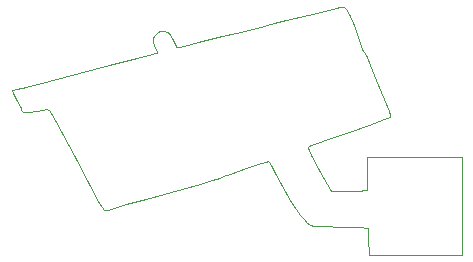
<source format=gbr>
G04 #@! TF.GenerationSoftware,KiCad,Pcbnew,5.1.2*
G04 #@! TF.CreationDate,2019-07-11T13:19:42-05:00*
G04 #@! TF.ProjectId,Camera,43616d65-7261-42e6-9b69-6361645f7063,rev?*
G04 #@! TF.SameCoordinates,Original*
G04 #@! TF.FileFunction,Profile,NP*
%FSLAX46Y46*%
G04 Gerber Fmt 4.6, Leading zero omitted, Abs format (unit mm)*
G04 Created by KiCad (PCBNEW 5.1.2) date 2019-07-11 13:19:42*
%MOMM*%
%LPD*%
G04 APERTURE LIST*
%ADD10C,0.100000*%
G04 APERTURE END LIST*
D10*
X152432619Y-115407487D02*
X152041499Y-114802217D01*
X152041499Y-114802217D02*
X151619169Y-114096381D01*
X151619169Y-114096381D02*
X151167305Y-113292456D01*
X151167305Y-113292456D02*
X150687583Y-112392919D01*
X150687583Y-112392919D02*
X150297854Y-111684273D01*
X150297854Y-111684273D02*
X150159302Y-111461028D01*
X152790852Y-115909713D02*
X152432619Y-115407487D01*
X153114522Y-116306416D02*
X152790852Y-115909713D01*
X153401951Y-116595119D02*
X153114522Y-116306416D01*
X153531551Y-116698196D02*
X153401951Y-116595119D01*
X153651463Y-116773344D02*
X153531551Y-116698196D01*
X150159302Y-111461028D02*
X150084669Y-111369923D01*
X153725902Y-116803032D02*
X153651463Y-116773344D01*
X158605443Y-119309900D02*
X158588991Y-119209293D01*
X158588991Y-119209293D02*
X158575380Y-118966506D01*
X158575380Y-118966506D02*
X158562343Y-118200060D01*
X158562343Y-118200060D02*
X158548193Y-117424834D01*
X158548193Y-117424834D02*
X158533374Y-117172542D01*
X158533374Y-117172542D02*
X158515443Y-117060327D01*
X158515443Y-117060327D02*
X158471393Y-117041930D01*
X158471393Y-117041930D02*
X158361469Y-117024523D01*
X158361469Y-117024523D02*
X157932461Y-116992053D01*
X157932461Y-116992053D02*
X156157023Y-116932095D01*
X156157023Y-116932095D02*
X154966249Y-116899457D01*
X154966249Y-116899457D02*
X154234444Y-116867360D01*
X154234444Y-116867360D02*
X153837539Y-116827942D01*
X153837539Y-116827942D02*
X153725902Y-116803032D01*
X150084669Y-111369923D02*
X149902963Y-111409621D01*
X149902963Y-111409621D02*
X149477185Y-111538611D01*
X149477185Y-111538611D02*
X148190987Y-111963296D01*
X148190987Y-111963296D02*
X146821226Y-112441629D01*
X146821226Y-112441629D02*
X146290994Y-112637680D01*
X146290994Y-112637680D02*
X145963053Y-112771262D01*
X145963053Y-112771262D02*
X145344956Y-112985342D01*
X145344956Y-112985342D02*
X144306803Y-113291788D01*
X144306803Y-113291788D02*
X141844520Y-113976501D01*
X141844520Y-113976501D02*
X139750770Y-114561095D01*
X139750770Y-114561095D02*
X138063270Y-115030832D01*
X138063270Y-115030832D02*
X136799579Y-115392791D01*
X136799579Y-115392791D02*
X136524033Y-115471401D01*
X136524033Y-115471401D02*
X136343007Y-115509675D01*
X136343007Y-115509675D02*
X136230577Y-115511122D01*
X136230577Y-115511122D02*
X136160819Y-115479251D01*
X136160819Y-115479251D02*
X136013937Y-115274587D01*
X136013937Y-115274587D02*
X135792542Y-114891868D01*
X135792542Y-114891868D02*
X134924167Y-113288599D01*
X134924167Y-113288599D02*
X133705687Y-111038599D01*
X133705687Y-111038599D02*
X132001676Y-107906531D01*
X132001676Y-107906531D02*
X131652800Y-107297543D01*
X131652800Y-107297543D02*
X131498763Y-107074047D01*
X131498763Y-107074047D02*
X131415009Y-107007260D01*
X131415009Y-107007260D02*
X131358161Y-106991288D01*
X131358161Y-106991288D02*
X131275522Y-106987249D01*
X131275522Y-106987249D02*
X130985429Y-107015930D01*
X130985429Y-107015930D02*
X130449859Y-107095217D01*
X130449859Y-107095217D02*
X129787189Y-107188982D01*
X129787189Y-107188982D02*
X129571397Y-107208905D01*
X129571397Y-107208905D02*
X129417233Y-107209776D01*
X129417233Y-107209776D02*
X129313149Y-107190783D01*
X129313149Y-107190783D02*
X129247594Y-107151116D01*
X129247594Y-107151116D02*
X129209020Y-107089964D01*
X129209020Y-107089964D02*
X129185877Y-107006517D01*
X129185877Y-107006517D02*
X129140566Y-106878747D01*
X129140566Y-106878747D02*
X129045485Y-106670084D01*
X129045485Y-106670084D02*
X128761688Y-106125685D01*
X128761688Y-106125685D02*
X128489134Y-105624555D01*
X128489134Y-105624555D02*
X128375770Y-105392147D01*
X128375770Y-105392147D02*
X128403004Y-105363163D01*
X128403004Y-105363163D02*
X128468480Y-105351107D01*
X128468480Y-105351107D02*
X128731625Y-105298487D01*
X128731625Y-105298487D02*
X129234105Y-105171978D01*
X129234105Y-105171978D02*
X131532023Y-104571378D01*
X131532023Y-104571378D02*
X136625773Y-103232678D01*
X136625773Y-103232678D02*
X138988844Y-102607896D01*
X138988844Y-102607896D02*
X140250773Y-102288207D01*
X140250773Y-102288207D02*
X140502507Y-102227649D01*
X140502507Y-102227649D02*
X140628031Y-102181087D01*
X140628031Y-102181087D02*
X140653154Y-102156912D01*
X140653154Y-102156912D02*
X140658354Y-102128867D01*
X140658354Y-102128867D02*
X140624484Y-102051334D01*
X140624484Y-102051334D02*
X140511325Y-101822494D01*
X140511325Y-101822494D02*
X140411547Y-101564910D01*
X140411547Y-101564910D02*
X140340494Y-101323405D01*
X140340494Y-101323405D02*
X140313507Y-101142800D01*
X140313507Y-101142800D02*
X140321211Y-101036943D01*
X140321211Y-101036943D02*
X140343278Y-100936127D01*
X140343278Y-100936127D02*
X140425781Y-100752400D01*
X140425781Y-100752400D02*
X140551565Y-100597192D01*
X140551565Y-100597192D02*
X140711180Y-100476072D01*
X140711180Y-100476072D02*
X140895176Y-100394613D01*
X140895176Y-100394613D02*
X141094103Y-100358386D01*
X141094103Y-100358386D02*
X141298511Y-100372962D01*
X141298511Y-100372962D02*
X141399817Y-100401042D01*
X141399817Y-100401042D02*
X141498949Y-100443913D01*
X141498949Y-100443913D02*
X141658820Y-100554958D01*
X141658820Y-100554958D02*
X141801146Y-100721147D01*
X141801146Y-100721147D02*
X141937931Y-100959892D01*
X141937931Y-100959892D02*
X142081177Y-101288607D01*
X142081177Y-101288607D02*
X142158691Y-101467170D01*
X142158691Y-101467170D02*
X142230375Y-101597236D01*
X142230375Y-101597236D02*
X142296139Y-101678664D01*
X142296139Y-101678664D02*
X142355891Y-101711315D01*
X142355891Y-101711315D02*
X142528236Y-101685260D01*
X142528236Y-101685260D02*
X142913488Y-101602093D01*
X142913488Y-101602093D02*
X144094523Y-101316322D01*
X144094523Y-101316322D02*
X146125773Y-100817525D01*
X146125773Y-100817525D02*
X147344523Y-100514897D01*
X147344523Y-100514897D02*
X149094523Y-100071471D01*
X149094523Y-100071471D02*
X150532023Y-99713160D01*
X150532023Y-99713160D02*
X151625773Y-99441220D01*
X151625773Y-99441220D02*
X153459499Y-98989518D01*
X153459499Y-98989518D02*
X155219523Y-98540643D01*
X155219523Y-98540643D02*
X155789419Y-98400478D01*
X155789419Y-98400478D02*
X156194173Y-98318268D01*
X156194173Y-98318268D02*
X156359965Y-98300054D01*
X156359965Y-98300054D02*
X156467719Y-98315965D01*
X156467719Y-98315965D02*
X156557535Y-98382795D01*
X156557535Y-98382795D02*
X156669513Y-98517342D01*
X156669513Y-98517342D02*
X156922173Y-98882357D01*
X156922173Y-98882357D02*
X157308508Y-99872333D01*
X157308508Y-99872333D02*
X157856303Y-101382357D01*
X157856303Y-101382357D02*
X158052609Y-101869662D01*
X158052609Y-101869662D02*
X158145618Y-102053621D01*
X158145618Y-102053621D02*
X158219313Y-102163607D01*
X158219313Y-102163607D02*
X158341882Y-102348513D01*
X158341882Y-102348513D02*
X158432073Y-102573656D01*
X158432073Y-102573656D02*
X158682468Y-103238309D01*
X158682468Y-103238309D02*
X159190233Y-104479906D01*
X159190233Y-104479906D02*
X160272843Y-107102700D01*
X160272843Y-107102700D02*
X160407475Y-107494893D01*
X160407475Y-107494893D02*
X160414906Y-107569226D01*
X160414906Y-107569226D02*
X160398333Y-107603540D01*
X160398333Y-107603540D02*
X159881568Y-107815133D01*
X159881568Y-107815133D02*
X158632679Y-108275699D01*
X158632679Y-108275699D02*
X156950780Y-108876876D01*
X156950780Y-108876876D02*
X155134983Y-109510303D01*
X155134983Y-109510303D02*
X154228588Y-109827040D01*
X154228588Y-109827040D02*
X153716598Y-110024857D01*
X153716598Y-110024857D02*
X153574320Y-110094195D01*
X153574320Y-110094195D02*
X153489623Y-110151832D01*
X153489623Y-110151832D02*
X153448831Y-110203779D01*
X153448831Y-110203779D02*
X153438273Y-110256045D01*
X153438273Y-110256045D02*
X153519724Y-110449419D01*
X153519724Y-110449419D02*
X153735343Y-110876020D01*
X153735343Y-110876020D02*
X154396673Y-112112996D01*
X154396673Y-112112996D02*
X155077443Y-113335157D01*
X155077443Y-113335157D02*
X155317362Y-113743239D01*
X155317362Y-113743239D02*
X155432833Y-113910687D01*
X155432833Y-113910687D02*
X155571890Y-113924084D01*
X155571890Y-113924084D02*
X155880946Y-113926714D01*
X155880946Y-113926714D02*
X156794626Y-113906764D01*
X156794626Y-113906764D02*
X157745006Y-113865032D01*
X157745006Y-113865032D02*
X158303223Y-113815707D01*
X158303223Y-113815707D02*
X158449413Y-113783427D01*
X158449413Y-113783427D02*
X158430713Y-112395392D01*
X158430713Y-112395392D02*
X158412013Y-111007357D01*
X158412013Y-111007357D02*
X162440733Y-111007357D01*
X162440733Y-111007357D02*
X166469463Y-111007357D01*
X166469463Y-111007357D02*
X166469463Y-115163607D01*
X166469463Y-115163607D02*
X166469463Y-119319857D01*
X166469463Y-119319857D02*
X162558463Y-119335947D01*
X162558463Y-119335947D02*
X159783952Y-119334942D01*
X159783952Y-119334942D02*
X158930303Y-119324989D01*
X158930303Y-119324989D02*
X158605343Y-119309907D01*
X158605343Y-119309907D02*
X158605443Y-119309900D01*
X158605443Y-119309900D02*
X158605443Y-119309900D01*
M02*

</source>
